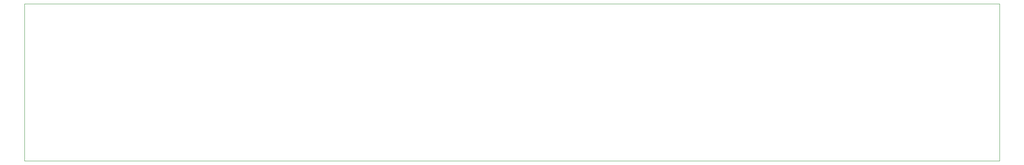
<source format=gbr>
G04 #@! TF.GenerationSoftware,KiCad,Pcbnew,5.1.5-5.1.5*
G04 #@! TF.CreationDate,2020-10-27T19:01:29+01:00*
G04 #@! TF.ProjectId,theresynth-frontpanel,74686572-6573-4796-9e74-682d66726f6e,rev?*
G04 #@! TF.SameCoordinates,Original*
G04 #@! TF.FileFunction,Profile,NP*
%FSLAX46Y46*%
G04 Gerber Fmt 4.6, Leading zero omitted, Abs format (unit mm)*
G04 Created by KiCad (PCBNEW 5.1.5-5.1.5) date 2020-10-27 19:01:29*
%MOMM*%
%LPD*%
G04 APERTURE LIST*
%ADD10C,0.050000*%
G04 APERTURE END LIST*
D10*
X43000000Y-165000000D02*
X43000000Y-130000000D01*
X259000000Y-165000000D02*
X43000000Y-165000000D01*
X259000000Y-130000000D02*
X259000000Y-165000000D01*
X43000000Y-130000000D02*
X259000000Y-130000000D01*
M02*

</source>
